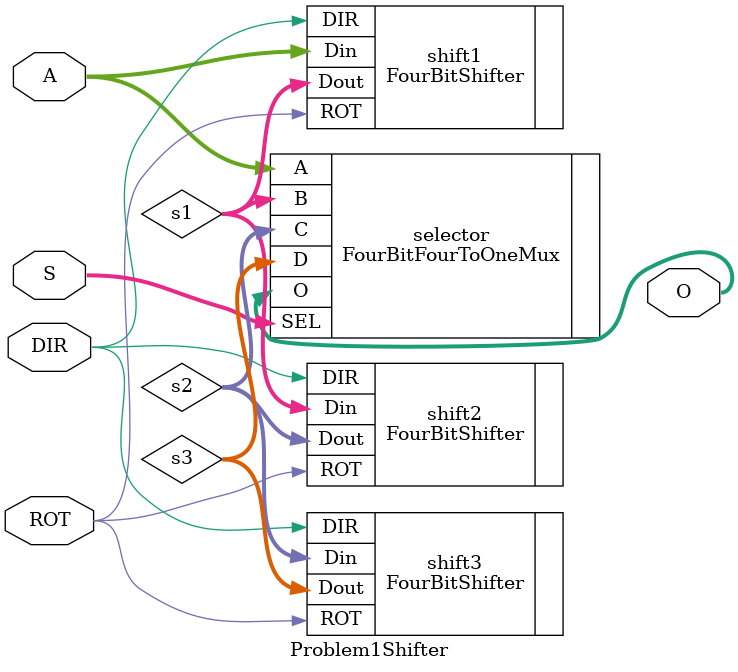
<source format=sv>
`timescale 1ns / 1ps


module Problem1Shifter(
    input [3:0] A,
    input DIR,
    input ROT,
    input [1:0] S,
    output [3:0] O
    );
    
    logic [3:0] s1, s2, s3;
    
    FourBitShifter shift1 (.Din(A), .DIR(DIR), .ROT(ROT), .Dout(s1));
    FourBitShifter shift2 (.Din(s1), .DIR(DIR), .ROT(ROT), .Dout(s2));
    FourBitShifter shift3 (.Din(s2), .DIR(DIR), .ROT(ROT), .Dout(s3));
    
    FourBitFourToOneMux selector (.A(A), .B(s1), .C(s2), .D(s3), .SEL(S), .O(O));

endmodule

</source>
